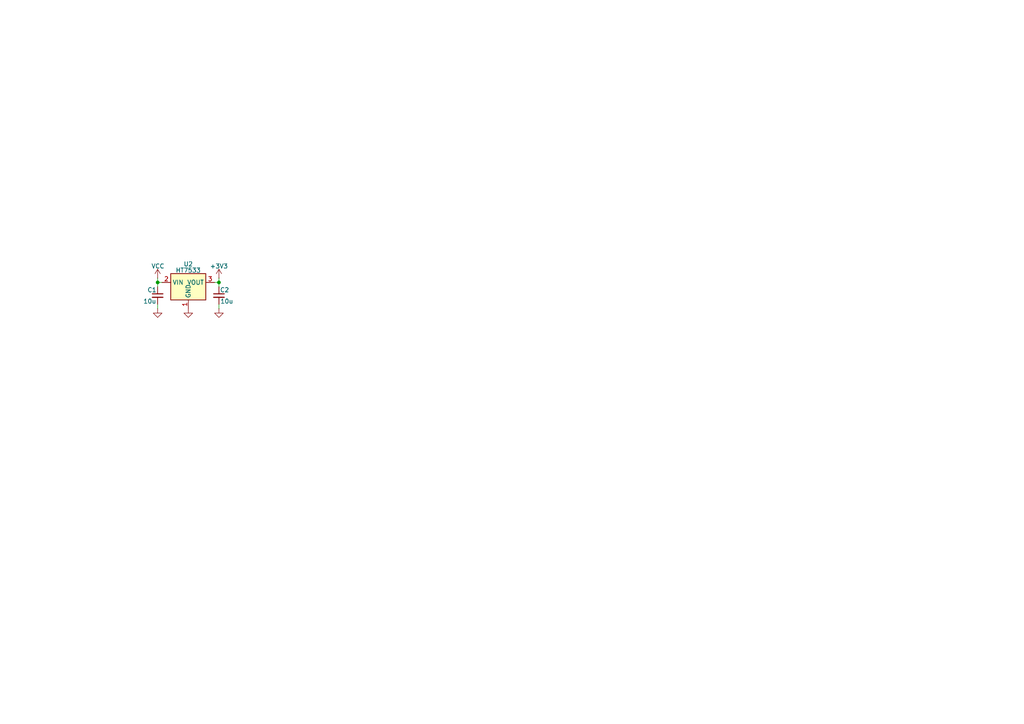
<source format=kicad_sch>
(kicad_sch (version 20250114) (generator "eeschema") (generator_version "9.0")
  (paper "A4")
  (lib_symbols
    (symbol "Device:C_Small" (pin_numbers (hide yes)) (pin_names (offset 0.254) (hide yes))
      (property "Reference" "C" (at 0.254 1.778 0))
      (property "Value" "C_Small" (at 0.254 -2.032 0))
      (symbol "C_Small_0_1"
        (polyline (pts (xy -1.524 0.508) (xy 1.524 0.508)) (stroke (width 0.3048)))
        (polyline (pts (xy -1.524 -0.508) (xy 1.524 -0.508)) (stroke (width 0.3302)))
      )
      (symbol "C_Small_1_1"
        (pin passive line (at 0 2.54 270) (length 2.032) (name "~") (number "1"))
        (pin passive line (at 0 -2.54 90) (length 2.032) (name "~") (number "2"))
      )
    )
    (symbol "Regulator_Linear:HT75xx-1-SOT89"
      (property "Reference" "U" (at -5.08 -3.81 0))
      (property "Value" "HT75xx-1-SOT89" (at 0 6.35 0))
      (symbol "HT75xx-1-SOT89_0_1"
        (rectangle (start -5.08 5.08) (end 5.08 -2.54) (stroke (width 0.254)) (fill (type background)))
      )
      (symbol "HT75xx-1-SOT89_1_1"
        (pin power_in line (at -7.62 2.54 0) (length 2.54) (name "VIN") (number "2"))
        (pin power_in line (at 0 -5.08 90) (length 2.54) (name "GND") (number "1"))
        (pin power_out line (at 7.62 2.54 180) (length 2.54) (name "VOUT") (number "3"))
      )
    )
    (symbol "power:+3V3" (power) (pin_numbers (hide yes)) (pin_names (offset 0) (hide yes))
      (property "Value" "+3V3" (at 0 3.556 0))
      (symbol "+3V3_0_1"
        (polyline (pts (xy -0.762 1.27) (xy 0 2.54)))
        (polyline (pts (xy 0 2.54) (xy 0.762 1.27)))
        (polyline (pts (xy 0 0) (xy 0 2.54)))
      )
      (symbol "+3V3_1_1"
        (pin power_in line (at 0 0 90) (length 0) (name "~") (number "1"))
      )
    )
    (symbol "power:GND" (power) (pin_numbers (hide yes)) (pin_names (offset 0) (hide yes))
      (property "Value" "GND" (at 0 -3.81 0))
      (symbol "GND_0_1"
        (polyline (pts (xy 0 0) (xy 0 -1.27) (xy 1.27 -1.27) (xy 0 -2.54) (xy -1.27 -1.27) (xy 0 -1.27)))
      )
      (symbol "GND_1_1"
        (pin power_in line (at 0 0 270) (length 0) (name "~") (number "1"))
      )
    )
    (symbol "power:VCC" (power) (pin_numbers (hide yes)) (pin_names (offset 0) (hide yes))
      (property "Value" "VCC" (at 0 3.556 0))
      (symbol "VCC_0_1"
        (polyline (pts (xy -0.762 1.27) (xy 0 2.54)))
        (polyline (pts (xy 0 2.54) (xy 0.762 1.27)))
        (polyline (pts (xy 0 0) (xy 0 2.54)))
      )
      (symbol "VCC_1_1"
        (pin power_in line (at 0 0 90) (length 0) (name "~") (number "1"))
      )
    )
  )
  (junction (at 63.5 81.915))
  (junction (at 45.72 81.915))
  (wire (pts (xy 45.72 81.915) (xy 46.99 81.915)))
  (wire (pts (xy 45.72 80.645) (xy 45.72 81.915)))
  (wire (pts (xy 63.5 88.265) (xy 63.5 89.535)))
  (wire (pts (xy 45.72 81.915) (xy 45.72 83.185)))
  (wire (pts (xy 62.23 81.915) (xy 63.5 81.915)))
  (wire (pts (xy 63.5 81.915) (xy 63.5 83.185)))
  (wire (pts (xy 45.72 88.265) (xy 45.72 89.535)))
  (wire (pts (xy 63.5 80.645) (xy 63.5 81.915)))
  (symbol (lib_id "Regulator_Linear:HT75xx-1-SOT89") (at 54.61 84.455 0) (unit 1)
    (property "Reference" "U2" (at 54.6 76.6 0))
    (property "Value" "HT7533" (at 54.6 78.4 0))
    (property "Footprint" "Package_TO_SOT_SMD:SOT-89-3" (effects (hide yes)))
    (property "Datasheet" "https://www.holtek.com/documents/10179/116711/HT75xx-1v250.pdf" (effects (hide yes)))
    (property "Description" "100mA Low Dropout Voltage Regulator, Fixed Output, SOT89" (effects (hide yes)))
  )
  (symbol (lib_id "Device:C_Small") (at 63.5 85.725 0) (mirror y) (unit 1)
    (property "Reference" "C2" (at 63.785 84.095 0) (effects (justify right)))
    (property "Value" "10u" (at 63.885 87.395 0) (effects (justify right)))
    (property "Footprint" "Capacitor_SMD:C_0805_2012Metric" (effects (hide yes)))
    (property "Description" "Unpolarized capacitor, small symbol" (effects (hide yes)))
  )
  (symbol (lib_id "power:GND") (at 54.61 89.535 0) (unit 1)
    (property "Reference" "#PWR03" (effects (hide yes)))
    (property "Value" "GND" (effects (hide yes)))
    (property "Description" "Power symbol creates a global label with name \"GND\" , ground" (effects (hide yes)))
  )
  (symbol (lib_id "power:GND") (at 45.72 89.535 0) (unit 1)
    (property "Reference" "#PWR04" (effects (hide yes)))
    (property "Value" "GND" (effects (hide yes)))
    (property "Description" "Power symbol creates a global label with name \"GND\" , ground" (effects (hide yes)))
  )
  (symbol (lib_id "Device:C_Small") (at 45.72 85.725 0) (unit 1)
    (property "Reference" "C1" (at 45.435 84.095 0) (effects (justify right)))
    (property "Value" "10u" (at 45.335 87.395 0) (effects (justify right)))
    (property "Footprint" "Capacitor_SMD:C_0805_2012Metric" (effects (hide yes)))
    (property "Description" "Unpolarized capacitor, small symbol" (effects (hide yes)))
  )
  (symbol (lib_id "power:+3V3") (at 63.5 80.645 0) (unit 1)
    (property "Reference" "#PWR01" (effects (hide yes)))
    (property "Value" "+3V3" (at 63.5 77.2 0))
    (property "Description" "Power symbol creates a global label with name \"+3V3\"" (effects (hide yes)))
  )
  (symbol (lib_id "power:VCC") (at 45.72 80.645 0) (unit 1)
    (property "Reference" "#PWR02" (effects (hide yes)))
    (property "Value" "VCC" (at 45.8 77.2 0))
    (property "Description" "Power symbol creates a global label with name \"VCC\"" (effects (hide yes)))
  )
  (symbol (lib_id "power:GND") (at 63.5 89.535 0) (unit 1)
    (property "Reference" "#PWR05" (effects (hide yes)))
    (property "Value" "GND" (effects (hide yes)))
    (property "Description" "Power symbol creates a global label with name \"GND\" , ground" (effects (hide yes)))
  )
)
</source>
